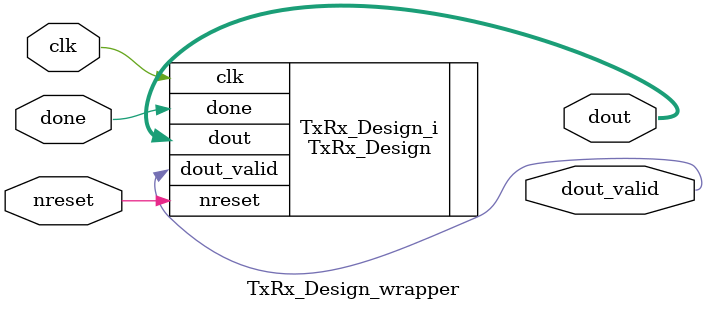
<source format=v>
`timescale 1 ps / 1 ps

module TxRx_Design_wrapper
   (clk,
    done,
    dout,
    dout_valid,
    nreset);
  input clk;
  input done;
  output [7:0]dout;
  output dout_valid;
  input nreset;

  wire clk;
  wire done;
  wire [7:0]dout;
  wire dout_valid;
  wire nreset;

  TxRx_Design TxRx_Design_i
       (.clk(clk),
        .done(done),
        .dout(dout),
        .dout_valid(dout_valid),
        .nreset(nreset));
endmodule

</source>
